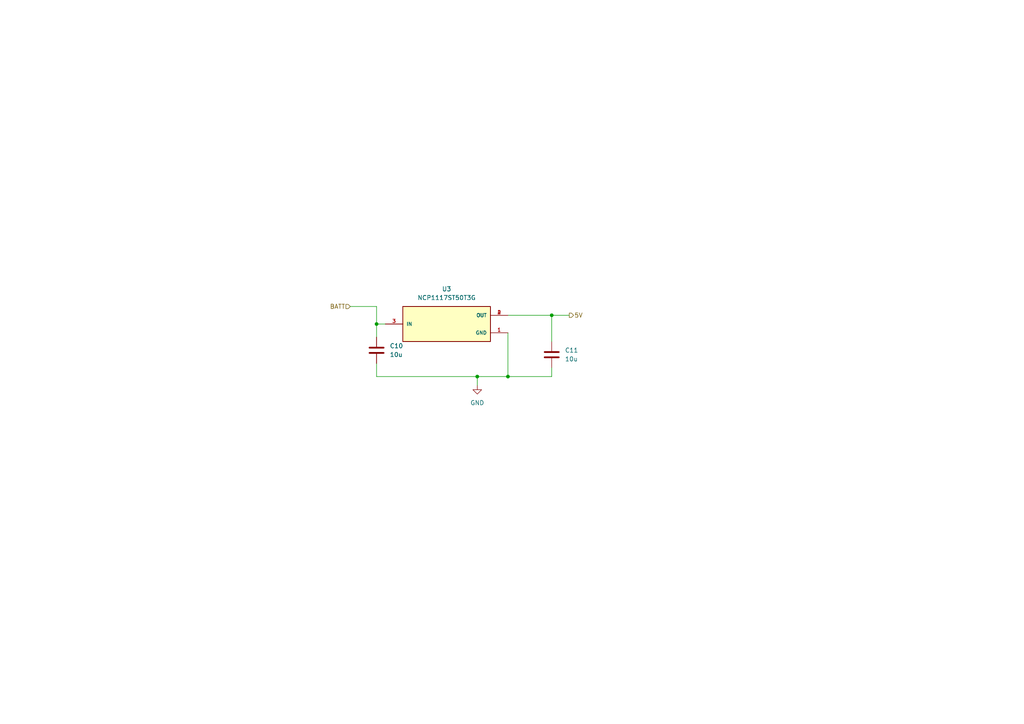
<source format=kicad_sch>
(kicad_sch (version 20250114) (generator "eeschema") (generator_version "9.0")
  (paper "A4")
  (lib_symbols
    (symbol "Customs:NCP1117ST50T3G" (pin_names (offset 1.016))
      (property "Reference" "U" (at -10.16 5.842 0))
      (property "Value" "NCP1117ST50T3G" (at -12.7236 -7.6342 0))
      (symbol "NCP1117ST50T3G_0_0"
        (rectangle (start -12.7 -5.08) (end 12.7 5.08) (stroke (width 0.254)) (fill (type background)))
        (pin input line (at -17.78 0 0) (length 5.08) (name "IN") (number "3"))
        (pin output line (at 17.78 2.54 180) (length 5.08) (name "OUT") (number "2"))
        (pin output line (at 17.78 2.54 180) (length 5.08) (name "OUT") (number "4"))
        (pin power_in line (at 17.78 -2.54 180) (length 5.08) (name "GND") (number "1"))
      )
    )
    (symbol "Device:C" (pin_numbers (hide yes)) (pin_names (offset 0.254))
      (property "Reference" "C" (at 0.635 2.54 0))
      (property "Value" "C" (at 0.635 -2.54 0))
      (symbol "C_0_1"
        (polyline (pts (xy -2.032 0.762) (xy 2.032 0.762)) (stroke (width 0.508)))
        (polyline (pts (xy -2.032 -0.762) (xy 2.032 -0.762)) (stroke (width 0.508)))
      )
      (symbol "C_1_1"
        (pin passive line (at 0 3.81 270) (length 2.794) (name "~") (number "1"))
        (pin passive line (at 0 -3.81 90) (length 2.794) (name "~") (number "2"))
      )
    )
    (symbol "power:GND" (power) (pin_numbers (hide yes)) (pin_names (offset 0) (hide yes))
      (property "Value" "GND" (at 0 -3.81 0))
      (symbol "GND_0_1"
        (polyline (pts (xy 0 0) (xy 0 -1.27) (xy 1.27 -1.27) (xy 0 -2.54) (xy -1.27 -1.27) (xy 0 -1.27)))
      )
      (symbol "GND_1_1"
        (pin power_in line (at 0 0 270) (length 0) (name "~") (number "1"))
      )
    )
  )
  (junction (at 109.22 93.98))
  (junction (at 147.32 109.22))
  (junction (at 138.43 109.22))
  (junction (at 160.02 91.44))
  (wire (pts (xy 138.43 109.22) (xy 147.32 109.22)))
  (wire (pts (xy 160.02 106.68) (xy 160.02 109.22)))
  (wire (pts (xy 160.02 91.44) (xy 165.1 91.44)))
  (wire (pts (xy 109.22 93.98) (xy 111.76 93.98)))
  (wire (pts (xy 138.43 109.22) (xy 138.43 111.76)))
  (wire (pts (xy 109.22 109.22) (xy 138.43 109.22)))
  (wire (pts (xy 109.22 88.9) (xy 109.22 93.98)))
  (wire (pts (xy 160.02 109.22) (xy 147.32 109.22)))
  (wire (pts (xy 109.22 97.79) (xy 109.22 93.98)))
  (wire (pts (xy 160.02 91.44) (xy 160.02 99.06)))
  (wire (pts (xy 147.32 91.44) (xy 160.02 91.44)))
  (wire (pts (xy 147.32 96.52) (xy 147.32 109.22)))
  (wire (pts (xy 101.6 88.9) (xy 109.22 88.9)))
  (wire (pts (xy 109.22 105.41) (xy 109.22 109.22)))
  (hierarchical_label "5V" (shape output) (at 165.1 91.44 0))
  (hierarchical_label "BATT" (shape input) (at 101.6 88.9 180))
  (symbol (lib_id "Device:C") (at 160.02 102.87 0) (unit 1)
    (property "Reference" "C11" (at 163.83 101.5999 0) (effects (justify left)))
    (property "Value" "10u" (at 163.83 104.1399 0) (effects (justify left)))
    (property "Description" "Unpolarized capacitor" (effects (hide yes)))
  )
  (symbol (lib_id "power:GND") (at 138.43 111.76 0) (unit 1)
    (property "Reference" "#PWR09" (effects (hide yes)))
    (property "Value" "GND" (at 138.43 116.84 0))
    (property "Description" "Power symbol creates a global label with name \"GND\" , ground" (effects (hide yes)))
  )
  (symbol (lib_id "Device:C") (at 109.22 101.6 0) (unit 1)
    (property "Reference" "C10" (at 113.03 100.3299 0) (effects (justify left)))
    (property "Value" "10u" (at 113.03 102.8699 0) (effects (justify left)))
    (property "Description" "Unpolarized capacitor" (effects (hide yes)))
  )
  (symbol (lib_id "Customs:NCP1117ST50T3G") (at 129.54 93.98 0) (unit 1)
    (property "Reference" "U3" (at 129.54 83.82 0))
    (property "Value" "NCP1117ST50T3G" (at 129.54 86.36 0))
    (property "Footprint" "Customs:SOT230P700X180-4N" (effects (hide yes)))
    (property "DigiKey_Part_Number" "NCP1117ST50T3GOSCT-ND" (effects (hide yes)))
    (property "SnapEDA_Link" "https://www.snapeda.com/parts/NCP1117ST50T3G/Onsemi/view-part/?ref=snap" (effects (hide yes)))
    (property "Description_1" "Linear Voltage Regulator IC Positive Fixed 1 Output  1A SOT-223" (effects (hide yes)))
    (property "Package" "SOT-223-4 ON Semiconductor" (effects (hide yes)))
    (property "Check_prices" "https://www.snapeda.com/parts/NCP1117ST50T3G/Onsemi/view-part/?ref=eda" (effects (hide yes)))
    (property "MF" "onsemi" (effects (hide yes)))
    (property "MP" "NCP1117ST50T3G" (effects (hide yes)))
    (property "MANUFACTURER" "ON Semiconductor" (effects (hide yes)))
  )
)
</source>
